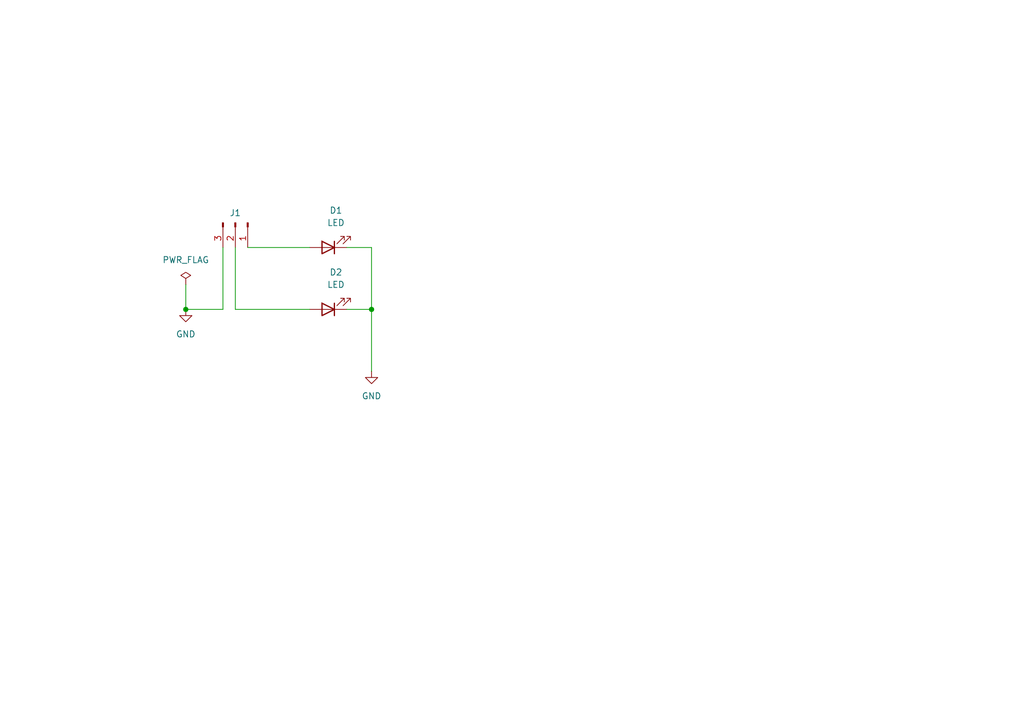
<source format=kicad_sch>
(kicad_sch (version 20231120) (generator "eeschema") (generator_version "8.0")
  (paper "A5")
  (title_block (title "MECALEDS") (rev "1") (company "URJC") (comment 1 "Autos: Pablo"))
  (lib_symbols
    (symbol "Connector:Conn_01x03_Pin" (pin_names (offset 1.016) hide)
      (property "Reference" "J" (at 0 5.08 0))
      (property "Value" "Conn_01x03_Pin" (at 0 -5.08 0))
      (symbol "Conn_01x03_Pin_1_1"
        (polyline (pts (xy 1.27 -2.54) (xy 0.8636 -2.54)) (stroke (width 0.1524)))
        (polyline (pts (xy 1.27 0) (xy 0.8636 0)) (stroke (width 0.1524)))
        (polyline (pts (xy 1.27 2.54) (xy 0.8636 2.54)) (stroke (width 0.1524)))
        (rectangle (start 0.8636 -2.413) (end 0 -2.667) (stroke (width 0.1524)) (fill (type outline)))
        (rectangle (start 0.8636 0.127) (end 0 -0.127) (stroke (width 0.1524)) (fill (type outline)))
        (rectangle (start 0.8636 2.667) (end 0 2.413) (stroke (width 0.1524)) (fill (type outline)))
        (pin passive line (at 5.08 2.54 180) (length 3.81) (name "Pin_1") (number "1"))
        (pin passive line (at 5.08 0 180) (length 3.81) (name "Pin_2") (number "2"))
        (pin passive line (at 5.08 -2.54 180) (length 3.81) (name "Pin_3") (number "3"))
      )
    )
    (symbol "Device:LED" (pin_numbers hide) (pin_names (offset 1.016) hide)
      (property "Reference" "D" (at 0 2.54 0))
      (property "Value" "LED" (at 0 -2.54 0))
      (symbol "LED_0_1"
        (polyline (pts (xy -1.27 -1.27) (xy -1.27 1.27)) (stroke (width 0.254)))
        (polyline (pts (xy -1.27 0) (xy 1.27 0)))
        (polyline (pts (xy 1.27 -1.27) (xy 1.27 1.27) (xy -1.27 0) (xy 1.27 -1.27)) (stroke (width 0.254)))
        (polyline (pts (xy -3.048 -0.762) (xy -4.572 -2.286) (xy -3.81 -2.286) (xy -4.572 -2.286) (xy -4.572 -1.524)))
        (polyline (pts (xy -1.778 -0.762) (xy -3.302 -2.286) (xy -2.54 -2.286) (xy -3.302 -2.286) (xy -3.302 -1.524)))
      )
      (symbol "LED_1_1"
        (pin passive line (at -3.81 0 0) (length 2.54) (name "K") (number "1"))
        (pin passive line (at 3.81 0 180) (length 2.54) (name "A") (number "2"))
      )
    )
    (symbol "power:GND" (power) (pin_numbers hide) (pin_names (offset 0) hide)
      (property "Value" "GND" (at 0 -3.81 0))
      (symbol "GND_0_1"
        (polyline (pts (xy 0 0) (xy 0 -1.27) (xy 1.27 -1.27) (xy 0 -2.54) (xy -1.27 -1.27) (xy 0 -1.27)))
      )
      (symbol "GND_1_1"
        (pin power_in line (at 0 0 270) (length 0) (name "~") (number "1"))
      )
    )
    (symbol "power:PWR_FLAG" (power) (pin_numbers hide) (pin_names (offset 0) hide)
      (property "Value" "PWR_FLAG" (at 0 3.81 0))
      (symbol "PWR_FLAG_0_0"
        (pin power_out line (at 0 0 90) (length 0) (name "~") (number "1"))
      )
      (symbol "PWR_FLAG_0_1"
        (polyline (pts (xy 0 0) (xy 0 1.27) (xy -1.016 1.905) (xy 0 2.54) (xy 1.016 1.905) (xy 0 1.27)))
      )
    )
  )
  (junction (at 38.1 63.5))
  (junction (at 76.2 63.5))
  (wire (pts (xy 45.72 50.8) (xy 45.72 63.5)))
  (wire (pts (xy 76.2 63.5) (xy 76.2 76.2)))
  (wire (pts (xy 71.12 63.5) (xy 76.2 63.5)))
  (wire (pts (xy 48.26 63.5) (xy 63.5 63.5)))
  (wire (pts (xy 38.1 58.42) (xy 38.1 63.5)))
  (wire (pts (xy 50.8 50.8) (xy 63.5 50.8)))
  (wire (pts (xy 45.72 63.5) (xy 38.1 63.5)))
  (wire (pts (xy 76.2 50.8) (xy 76.2 63.5)))
  (wire (pts (xy 71.12 50.8) (xy 76.2 50.8)))
  (wire (pts (xy 48.26 50.8) (xy 48.26 63.5)))
  (symbol (lib_id "power:PWR_FLAG") (at 38.1 58.42 0) (unit 1)
    (property "Reference" "#FLG01" (effects (hide yes)))
    (property "Value" "PWR_FLAG" (at 38.1 53.34 0))
    (property "Description" "Special symbol for telling ERC where power comes from" (effects (hide yes)))
  )
  (symbol (lib_id "Device:LED") (at 67.31 50.8 180) (unit 1)
    (property "Reference" "D1" (at 68.8975 43.18 0))
    (property "Value" "LED" (at 68.8975 45.72 0))
    (property "Footprint" "LED_THT:LED_D3.0mm" (effects (hide yes)))
    (property "Description" "Light emitting diode" (effects (hide yes)))
  )
  (symbol (lib_id "power:GND") (at 76.2 76.2 0) (unit 1)
    (property "Reference" "#PWR01" (effects (hide yes)))
    (property "Value" "GND" (at 76.2 81.28 0))
    (property "Description" "Power symbol creates a global label with name \"GND\" , ground" (effects (hide yes)))
  )
  (symbol (lib_id "Device:LED") (at 67.31 63.5 180) (unit 1)
    (property "Reference" "D2" (at 68.8975 55.88 0))
    (property "Value" "LED" (at 68.8975 58.42 0))
    (property "Footprint" "LED_THT:LED_D3.0mm" (effects (hide yes)))
    (property "Description" "Light emitting diode" (effects (hide yes)))
  )
  (symbol (lib_id "Connector:Conn_01x03_Pin") (at 48.26 45.72 270) (unit 1)
    (property "Reference" "J1" (at 48.26 43.688 90))
    (property "Value" "Conn_01x03_Pin" (effects (hide yes)))
    (property "Footprint" "Connector_PinHeader_2.54mm:PinHeader_1x03_P2.54mm_Vertical" (effects (hide yes)))
    (property "Description" "Generic connector, single row, 01x03, script generated" (effects (hide yes)))
  )
  (symbol (lib_id "power:GND") (at 38.1 63.5 0) (unit 1)
    (property "Reference" "#PWR02" (effects (hide yes)))
    (property "Value" "GND" (at 38.1 68.58 0))
    (property "Description" "Power symbol creates a global label with name \"GND\" , ground" (effects (hide yes)))
  )
)
</source>
